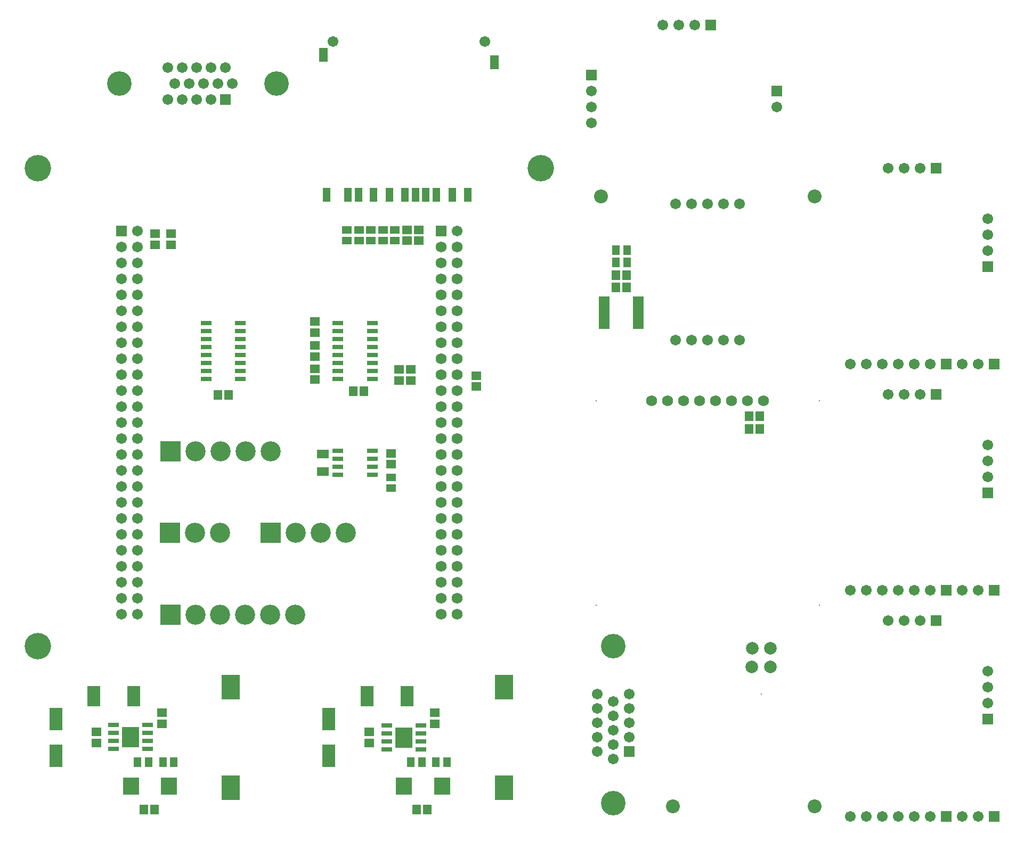
<source format=gbs>
G04 Layer_Color=16711935*
%FSAX24Y24*%
%MOIN*%
G70*
G01*
G75*
%ADD45R,0.0552X0.0631*%
%ADD46R,0.0513X0.0631*%
%ADD51R,0.0631X0.0552*%
%ADD52R,0.0631X0.0513*%
%ADD53R,0.0651X0.0316*%
%ADD54R,0.0848X0.1281*%
%ADD55C,0.0671*%
%ADD56R,0.0671X0.0671*%
%ADD57R,0.0671X0.0671*%
%ADD58C,0.0680*%
%ADD59C,0.0080*%
%ADD60C,0.0789*%
%ADD61C,0.1537*%
%ADD62C,0.0867*%
%ADD63C,0.1261*%
%ADD64R,0.1261X0.1261*%
%ADD65C,0.1655*%
%ADD66R,0.0685X0.0252*%
%ADD67R,0.1104X0.1300*%
%ADD68R,0.1045X0.1064*%
%ADD69R,0.1123X0.1537*%
%ADD70R,0.0552X0.0867*%
%ADD71R,0.0474X0.0867*%
%ADD72R,0.0769X0.0572*%
%ADD73R,0.0789X0.1438*%
D45*
X057398Y036036D02*
D03*
X056728D02*
D03*
X057398Y035236D02*
D03*
X056728D02*
D03*
X049063Y044094D02*
D03*
X048394D02*
D03*
X049063Y044882D02*
D03*
X048394D02*
D03*
X024148Y037376D02*
D03*
X023478D02*
D03*
X035928Y011413D02*
D03*
X036598D02*
D03*
X032618Y037610D02*
D03*
X031949D02*
D03*
X018836Y011413D02*
D03*
X019505D02*
D03*
D46*
X048384Y046457D02*
D03*
X049073D02*
D03*
X049073Y045669D02*
D03*
X048384D02*
D03*
X037819Y014369D02*
D03*
X037130D02*
D03*
X036244D02*
D03*
X035556D02*
D03*
X019152Y014369D02*
D03*
X018463D02*
D03*
X020727D02*
D03*
X020038D02*
D03*
D51*
X020563Y047461D02*
D03*
Y046791D02*
D03*
X034313Y033711D02*
D03*
Y033041D02*
D03*
X019563Y047461D02*
D03*
Y046791D02*
D03*
X039636Y038571D02*
D03*
Y037902D02*
D03*
X032963Y016261D02*
D03*
Y015591D02*
D03*
X037063Y017461D02*
D03*
Y016791D02*
D03*
X035313Y047711D02*
D03*
Y047041D02*
D03*
X036063Y047711D02*
D03*
Y047041D02*
D03*
X029563Y039002D02*
D03*
Y038333D02*
D03*
Y040461D02*
D03*
Y039791D02*
D03*
Y041961D02*
D03*
Y041291D02*
D03*
X034813Y038961D02*
D03*
Y038291D02*
D03*
X035563Y038961D02*
D03*
Y038291D02*
D03*
X019971Y017461D02*
D03*
Y016791D02*
D03*
X015871Y016261D02*
D03*
Y015591D02*
D03*
D52*
X034313Y032220D02*
D03*
Y031532D02*
D03*
X031563Y047720D02*
D03*
Y047031D02*
D03*
X032313Y047720D02*
D03*
Y047031D02*
D03*
X033063Y047720D02*
D03*
Y047031D02*
D03*
X033813Y047720D02*
D03*
Y047031D02*
D03*
X034563Y047720D02*
D03*
Y047031D02*
D03*
D53*
X034040Y015176D02*
D03*
Y015676D02*
D03*
Y016176D02*
D03*
Y016676D02*
D03*
X036186Y015176D02*
D03*
Y015676D02*
D03*
Y016176D02*
D03*
Y016676D02*
D03*
X024886Y041376D02*
D03*
Y040876D02*
D03*
Y041876D02*
D03*
Y038876D02*
D03*
Y040376D02*
D03*
Y039376D02*
D03*
Y039876D02*
D03*
Y038376D02*
D03*
X022740Y041376D02*
D03*
Y041876D02*
D03*
Y040376D02*
D03*
Y040876D02*
D03*
Y039376D02*
D03*
Y039876D02*
D03*
Y038876D02*
D03*
Y038376D02*
D03*
X016948Y015194D02*
D03*
Y015694D02*
D03*
Y016194D02*
D03*
Y016694D02*
D03*
X019093Y015194D02*
D03*
Y015694D02*
D03*
Y016194D02*
D03*
Y016694D02*
D03*
X033136Y033376D02*
D03*
Y033876D02*
D03*
Y032876D02*
D03*
Y032376D02*
D03*
X030990Y033876D02*
D03*
Y032876D02*
D03*
Y033376D02*
D03*
Y032376D02*
D03*
X033136Y041876D02*
D03*
Y041376D02*
D03*
Y040876D02*
D03*
Y040376D02*
D03*
Y039876D02*
D03*
Y039376D02*
D03*
Y038876D02*
D03*
Y038376D02*
D03*
X030990Y041876D02*
D03*
Y041376D02*
D03*
Y040876D02*
D03*
Y040376D02*
D03*
Y039876D02*
D03*
Y039376D02*
D03*
Y038876D02*
D03*
Y038376D02*
D03*
D54*
X035313Y018517D02*
D03*
X032813D02*
D03*
X018221Y018517D02*
D03*
X015721D02*
D03*
D55*
X066429Y051575D02*
D03*
X067429D02*
D03*
X065429D02*
D03*
X071659Y047416D02*
D03*
Y046416D02*
D03*
Y048416D02*
D03*
X071059Y039316D02*
D03*
X070059D02*
D03*
X067059D02*
D03*
X068059D02*
D03*
X066059D02*
D03*
X065059D02*
D03*
X063059D02*
D03*
X064059D02*
D03*
X066429Y037402D02*
D03*
X067429D02*
D03*
X065429D02*
D03*
X071659Y033243D02*
D03*
Y032243D02*
D03*
Y034243D02*
D03*
X071059Y025143D02*
D03*
X070059D02*
D03*
X067059D02*
D03*
X068059D02*
D03*
X066059D02*
D03*
X065059D02*
D03*
X063059D02*
D03*
X064059D02*
D03*
X066429Y023228D02*
D03*
X067429D02*
D03*
X065429D02*
D03*
X071659Y019069D02*
D03*
Y018069D02*
D03*
Y020069D02*
D03*
X071059Y010969D02*
D03*
X070059D02*
D03*
X067059D02*
D03*
X068059D02*
D03*
X066059D02*
D03*
X065059D02*
D03*
X063059D02*
D03*
X064059D02*
D03*
X052134Y049331D02*
D03*
X053134D02*
D03*
X054134D02*
D03*
X055134D02*
D03*
X056134D02*
D03*
Y040827D02*
D03*
X055134D02*
D03*
X054134D02*
D03*
X053134D02*
D03*
X052134D02*
D03*
X047228Y015028D02*
D03*
Y015929D02*
D03*
Y016831D02*
D03*
Y017732D02*
D03*
Y018634D02*
D03*
X048228Y015478D02*
D03*
Y016380D02*
D03*
Y017281D02*
D03*
Y018183D02*
D03*
Y014577D02*
D03*
X049228Y018634D02*
D03*
Y015929D02*
D03*
Y016831D02*
D03*
Y017732D02*
D03*
X051309Y060535D02*
D03*
X052309D02*
D03*
X053309D02*
D03*
X046850Y054406D02*
D03*
Y055406D02*
D03*
Y056406D02*
D03*
X058465Y055406D02*
D03*
X018453Y047630D02*
D03*
X017453Y046630D02*
D03*
X018453D02*
D03*
X017453Y045630D02*
D03*
X018453D02*
D03*
X017453Y044630D02*
D03*
X018453D02*
D03*
X017453Y043630D02*
D03*
X018453D02*
D03*
X017453Y042630D02*
D03*
X018453D02*
D03*
X017453Y041630D02*
D03*
X018453D02*
D03*
X017453Y040630D02*
D03*
X018453D02*
D03*
X017453Y039630D02*
D03*
X018453D02*
D03*
X017453Y038630D02*
D03*
X018453D02*
D03*
X017453Y037630D02*
D03*
X018453D02*
D03*
X017453Y036630D02*
D03*
X018453D02*
D03*
X017453Y035630D02*
D03*
X018453D02*
D03*
X017453Y034630D02*
D03*
X018453D02*
D03*
X017453Y033630D02*
D03*
X018453D02*
D03*
X017453Y032630D02*
D03*
X018453D02*
D03*
X017453Y031630D02*
D03*
X018453D02*
D03*
X017453Y030630D02*
D03*
X018453D02*
D03*
X017453Y029630D02*
D03*
X018453D02*
D03*
X017453Y028630D02*
D03*
X018453D02*
D03*
X017453Y027630D02*
D03*
X018453D02*
D03*
X017453Y026630D02*
D03*
X018453D02*
D03*
X017453Y025630D02*
D03*
X018453D02*
D03*
X017453Y024630D02*
D03*
X018453D02*
D03*
X017453Y023630D02*
D03*
X018453D02*
D03*
X038453Y047630D02*
D03*
X023949Y057890D02*
D03*
X023047D02*
D03*
X022146D02*
D03*
X021244D02*
D03*
X020343D02*
D03*
X023498Y056890D02*
D03*
X022596D02*
D03*
X021695D02*
D03*
X020793D02*
D03*
X024400D02*
D03*
X020342Y055890D02*
D03*
X023047D02*
D03*
X022146D02*
D03*
X021244D02*
D03*
X040197Y059496D02*
D03*
X030669D02*
D03*
D56*
X068429Y051575D02*
D03*
X072059Y039316D02*
D03*
X069059D02*
D03*
X068429Y037402D02*
D03*
X072059Y025143D02*
D03*
X069059D02*
D03*
X068429Y023228D02*
D03*
X072059Y010969D02*
D03*
X069059D02*
D03*
X054309Y060535D02*
D03*
X023949Y055890D02*
D03*
D57*
X071659Y045416D02*
D03*
Y031243D02*
D03*
Y017069D02*
D03*
X049228Y015028D02*
D03*
X046850Y057406D02*
D03*
X058465Y056406D02*
D03*
X017453Y047630D02*
D03*
X037453D02*
D03*
D58*
X050634Y037008D02*
D03*
X051634D02*
D03*
X052634D02*
D03*
X053634D02*
D03*
X054634D02*
D03*
X055634D02*
D03*
X056634D02*
D03*
X057634D02*
D03*
X038453Y023630D02*
D03*
X037453D02*
D03*
X038453Y024630D02*
D03*
X037453D02*
D03*
X038453Y025630D02*
D03*
X037453D02*
D03*
X038453Y026630D02*
D03*
X037453D02*
D03*
X038453Y027630D02*
D03*
X037453D02*
D03*
X038453Y028630D02*
D03*
X037453D02*
D03*
X038453Y029630D02*
D03*
X037453D02*
D03*
X038453Y030630D02*
D03*
X037453D02*
D03*
X038453Y031630D02*
D03*
X037453D02*
D03*
X038453Y032630D02*
D03*
X037453D02*
D03*
X038453Y033630D02*
D03*
X037453D02*
D03*
X038453Y034630D02*
D03*
X037453D02*
D03*
X038453Y035630D02*
D03*
X037453D02*
D03*
X038453Y036630D02*
D03*
X037453D02*
D03*
X038453Y037630D02*
D03*
X037453D02*
D03*
X038453Y038630D02*
D03*
X037453D02*
D03*
X038453Y039630D02*
D03*
X037453D02*
D03*
X038453Y040630D02*
D03*
X037453D02*
D03*
X038453Y041630D02*
D03*
X037453D02*
D03*
X038453Y042630D02*
D03*
X037453D02*
D03*
X038453Y043630D02*
D03*
X037453D02*
D03*
X038453Y044630D02*
D03*
X037453D02*
D03*
X038453Y045630D02*
D03*
X037453D02*
D03*
X038453Y046630D02*
D03*
X037453D02*
D03*
D59*
X047146Y037008D02*
D03*
Y024213D02*
D03*
X061122Y037008D02*
D03*
Y024213D02*
D03*
X057490Y018638D02*
D03*
D60*
X056909Y021520D02*
D03*
X058061D02*
D03*
X058051Y020339D02*
D03*
X056900D02*
D03*
D61*
X048228Y011811D02*
D03*
Y021654D02*
D03*
X027165Y056890D02*
D03*
X017323D02*
D03*
D62*
X051968Y011614D02*
D03*
X047441Y049803D02*
D03*
X060827D02*
D03*
X060827Y011614D02*
D03*
D63*
X031472Y028740D02*
D03*
X029913D02*
D03*
X028354D02*
D03*
X028307Y023622D02*
D03*
X025189D02*
D03*
X023630D02*
D03*
X022071D02*
D03*
X026748D02*
D03*
X025213Y033858D02*
D03*
X023654D02*
D03*
X022094D02*
D03*
X026772D02*
D03*
X022047Y028740D02*
D03*
X023606D02*
D03*
D64*
X026795D02*
D03*
X020512Y023622D02*
D03*
X020535Y033858D02*
D03*
X020488Y028740D02*
D03*
D65*
X012205Y021654D02*
D03*
Y051575D02*
D03*
X043701D02*
D03*
D66*
X049801Y043402D02*
D03*
Y043150D02*
D03*
Y042898D02*
D03*
Y042646D02*
D03*
Y042394D02*
D03*
Y042142D02*
D03*
Y041890D02*
D03*
Y041638D02*
D03*
X047656Y043402D02*
D03*
Y043150D02*
D03*
Y042898D02*
D03*
Y042646D02*
D03*
Y042394D02*
D03*
Y042142D02*
D03*
Y041890D02*
D03*
Y041638D02*
D03*
D67*
X035113Y015926D02*
D03*
X018020Y015944D02*
D03*
D68*
X037514Y012891D02*
D03*
X035132D02*
D03*
X020422Y012891D02*
D03*
X018040D02*
D03*
D69*
X041374Y019076D02*
D03*
Y012776D02*
D03*
X024282Y019076D02*
D03*
Y012776D02*
D03*
D70*
X040787Y058196D02*
D03*
X030079Y058669D02*
D03*
D71*
X039134Y049925D02*
D03*
X038150D02*
D03*
X036496D02*
D03*
X035846D02*
D03*
X037165D02*
D03*
X034213D02*
D03*
X033228D02*
D03*
X035197D02*
D03*
X032276D02*
D03*
X030287D02*
D03*
X031606D02*
D03*
D72*
X030063Y033677D02*
D03*
Y032575D02*
D03*
D73*
X013337Y014765D02*
D03*
Y017087D02*
D03*
X030429Y014761D02*
D03*
Y017083D02*
D03*
M02*

</source>
